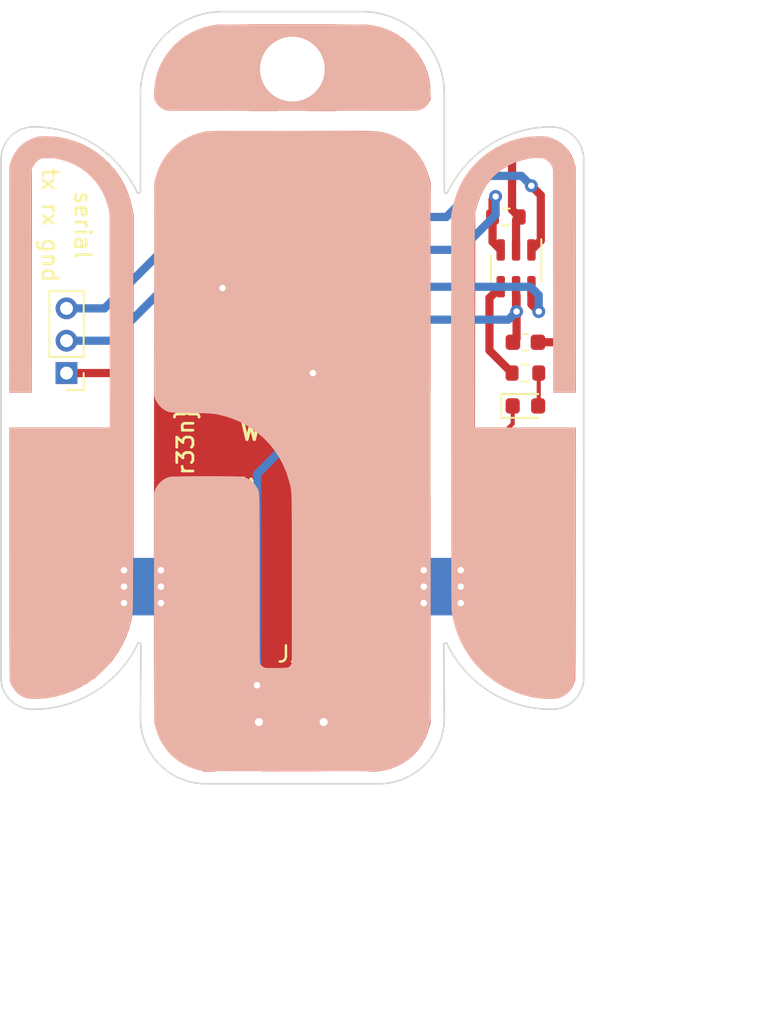
<source format=kicad_pcb>
(kicad_pcb (version 20211014) (generator pcbnew)
  (layers (0 "F.Cu" signal) (31 "B.Cu" signal) (34 "B.Paste" user) (35 "F.Paste" user) (36 "B.SilkS" user "B.Silkscreen") (37 "F.SilkS" user "F.Silkscreen") (38 "B.Mask" user) (39 "F.Mask" user) (44 "Edge.Cuts" user))
  (net 0 "")
  (net 1 "GND")
  (net 2 "Net-(D1-Pad2)")
  (net 3 "/rx")
  (net 4 "/tx")
  (net 5 "VBUS")
  (net 7 "/button_lpout")
  (net 8 "/led")
  (net 9 "/button_lpin")
  (footprint "Logo_Ganesh:35x46_2-furado" (layer "F.Cu") (at 52.324 48.26)
    (fp_text reference "logo_cobre" hide)
    (fp_text value "LOGO" hide)
    (fp_poly (pts (xy 15.37242 -16.164511) (xy 15.49688 -16.161958) (xy 15.59596 -16.156053) (xy 15.680542 -16.145897) (xy 15.761506 -16.130595) (xy 15.833775 -16.113339) (xy 16.142447 -16.011527) (xy 16.427964 -15.869161) (xy 16.688225 -15.687456) (xy 16.887783 -15.503234) (xy 17.074678 -15.286193) (xy 17.224508 -15.061073) (xy 17.343752 -14.816345) (xy 17.438887 -14.540482) (xy 17.449071 -14.504449) (xy 17.511142 -14.28013) (xy 17.517532 -7.293362) (xy 17.523923 -0.306593) (xy 16.15506 -0.306593) (xy 16.15506 -7.129838) (xy 16.154995 -7.876888) (xy 16.154798 -8.577503) (xy 16.154466 -9.232419) (xy 16.153998 -9.842368) (xy 16.153389 -10.408086) (xy 16.152637 -10.930304) (xy 16.15174 -11.409759) (xy 16.150695 -11.847183) (xy 16.149499 -12.24331) (xy 16.14815 -12.598874) (xy 16.146644 -12.91461) (xy 16.14498 -13.191251) (xy 16.143153 -13.429531) (xy 16.141163 -13.630183) (xy 16.139005 -13.793943) (xy 16.136678 -13.921543) (xy 16.134178 -14.013718) (xy 16.131504 -14.071201) (xy 16.129428 -14.091741) (xy 16.070041 -14.292681) (xy 15.972078 -14.468262) (xy 15.837971 -14.615225) (xy 15.67015 -14.730314) (xy 15.64243 -14.744522) (xy 15.561304 -14.781791) (xy 15.490486 -14.805655) (xy 15.413422 -14.819781) (xy 15.313557 -14.827833) (xy 15.253813 -14.830571) (xy 14.903239 -14.822766) (xy 14.541407 -14.773138) (xy 14.174509 -14.683684) (xy 13.808739 -14.556404) (xy 13.450292 -14.393293) (xy 13.10536 -14.19635) (xy 12.93584 -14.082958) (xy 12.810163 -13.985478) (xy 12.666225 -13.859267) (xy 12.513412 -13.713809) (xy 12.361109 -13.558589) (xy 12.218704 -13.40309) (xy 12.095583 -13.256797) (xy 12.022298 -13.159889) (xy 11.828321 -12.852857) (xy 11.655717 -12.511833) (xy 11.508858 -12.146823) (xy 11.392113 -11.767832) (xy 11.363055 -11.650511) (xy 11.310773 -11.426463) (xy 11.303437 -4.793454) (xy 11.296101 1.839554) (xy 17.523624 1.839554) (xy 17.517334 9.62818) (xy 17.516742 10.349203) (xy 17.516162 11.024576) (xy 17.515584 11.655814) (xy 17.515 12.244434) (xy 17.514401 12.791954) (xy 17.513778 13.29989) (xy 17.513122 13.769758) (xy 17.512423 14.203076) (xy 17.511673 14.601361) (xy 17.510862 14.966129) (xy 17.509982 15.298897) (xy 17.509023 15.601182) (xy 17.507977 15.874501) (xy 17.506834 16.12037) (xy 17.505586 16.340307) (xy 17.504223 16.535828) (xy 17.502737 16.70845) (xy 17.501117 16.85969) (xy 17.499356 16.991064) (xy 17.497444 17.10409) (xy 17.495373 17.200284) (xy 17.493132 17.281163) (xy 17.490714 17.348245) (xy 17.488108 17.403044) (xy 17.485307 17.44708) (xy 17.482301 17.481868) (xy 17.47908 17.508925) (xy 17.475637 17.529768) (xy 17.471961 17.545914) (xy 17.470124 17.5524) (xy 17.370149 17.806558) (xy 17.233053 18.033083) (xy 17.06126 18.229367) (xy 16.857196 18.392801) (xy 16.623282 18.520776) (xy 16.538101 18.555478) (xy 16.472247 18.578536) (xy 16.41052 18.595057) (xy 16.342628 18.606291) (xy 16.258278 18.613494) (xy 16.147179 18.617917) (xy 16.001764 18.620772) (xy 15.866247 18.622145) (xy 15.741266 18.62218) (xy 15.637184 18.620964) (xy 15.564364 18.618585) (xy 15.541875 18.61687) (xy 15.359223 18.59519) (xy 15.212316 18.576551) (xy 15.089965 18.559321) (xy 14.980979 18.541867) (xy 14.874169 18.522558) (xy 14.81077 18.510254) (xy 14.30632 18.386738) (xy 13.811401 18.218514) (xy 13.330009 18.007718) (xy 12.866139 17.756483) (xy 12.423785 17.466946) (xy 12.006943 17.141241) (xy 11.670059 16.832005) (xy 11.300099 16.433591) (xy 10.9698 16.009774) (xy 10.679462 15.561141) (xy 10.429383 15.088282) (xy 10.219864 14.591781) (xy 10.051202 14.072228) (xy 9.923698 13.530209) (xy 9.889092 13.336768) (xy 9.885913 13.31616) (xy 9.882896 13.293088) (xy 9.880036 13.266331) (xy 9.877328 13.234669) (xy 9.874769 13.196881) (xy 9.872355 13.151747) (xy 9.870081 13.098048) (xy 9.867943 13.034562) (xy 9.865937 12.960068) (xy 9.864058 12.873348) (xy 9.862304 12.77318) (xy 9.860668 12.658343) (xy 9.859148 12.527618) (xy 9.857739 12.379785) (xy 9.856437 12.213622) (xy 9.855237 12.02791) (xy 9.854135 11.821428) (xy 9.853128 11.592955) (xy 9.852211 11.341272) (xy 9.85138 11.065158) (xy 9.850631 10.763392) (xy 9.849959 10.434755) (xy 9.84936 10.078025) (xy 9.848831 9.691983) (xy 9.848366 9.275408) (xy 9.847963 8.82708) (xy 9.847615 8.345778) (xy 9.847321 7.830282) (xy 9.847074 7.279371) (xy 9.846871 6.691826) (xy 9.846709 6.066426) (xy 9.846581 5.40195) (xy 9.846486 4.697178) (xy 9.846417 3.950891) (xy 9.846372 3.161866) (xy 9.846345 2.328884) (xy 9.846334 1.450726) (xy 9.846332 0.872609) (xy 9.846332 -11.332127) (xy 9.8998 -11.626927) (xy 10.013879 -12.129006) (xy 10.169723 -12.611848) (xy 10.365796 -13.0734) (xy 10.600559 -13.511614) (xy 10.872475 -13.924437) (xy 11.180008 -14.30982) (xy 11.521618 -14.665711) (xy 11.89577 -14.99006) (xy 12.300926 -15.280816) (xy 12.735547 -15.535928) (xy 12.888672 -15.613652) (xy 13.344281 -15.813477) (xy 13.800359 -15.9674) (xy 14.261491 -16.076508) (xy 14.732258 -16.14189) (xy 15.211699 -16.164608)) (layer "F.Cu") (width 0) (fill solid))
    (fp_poly (pts (xy 3.082888 -16.505868) (xy 3.399231 -16.505304) (xy 3.684139 -16.504401) (xy 3.939579 -16.503128) (xy 4.167518 -16.501456) (xy 4.369922 -16.499354) (xy 4.548758 -16.496794) (xy 4.705993 -16.493746) (xy 4.843593 -16.490179) (xy 4.963525 -16.486063) (xy 5.067755 -16.48137) (xy 5.158251 -16.476069) (xy 5.236979 -16.47013) (xy 5.305906 -16.463524) (xy 5.366997 -16.45622) (xy 5.422221 -16.44819) (xy 5.473544 -16.439402) (xy 5.522931 -16.429828) (xy 5.572351 -16.419437) (xy 5.590925 -16.415405) (xy 5.973663 -16.308824) (xy 6.347884 -16.159613) (xy 6.707122 -15.971585) (xy 7.044908 -15.748556) (xy 7.354778 -15.49434) (xy 7.630265 -15.212754) (xy 7.631183 -15.2117) (xy 7.887355 -14.88271) (xy 8.105415 -14.527721) (xy 8.286041 -14.145378) (xy 8.429913 -13.734323) (xy 8.496211 -13.484651) (xy 8.548042 -13.266017) (xy 8.554911 -6.745033) (xy 8.555607 -6.023168) (xy 8.556126 -5.347596) (xy 8.556463 -4.717439) (xy 8.556618 -4.131822) (xy 8.556586 -3.589869) (xy 8.556366 -3.090704) (xy 8.555955 -2.633451) (xy 8.555351 -2.217234) (xy 8.554552 -1.841177) (xy 8.553553 -1.504405) (xy 8.552354 -1.206041) (xy 8.550952 -0.94521) (xy 8.549344 -0.721035) (xy 8.547527 -0.53264) (xy 8.5455 -0.379151) (xy 8.543259 -0.259689) (xy 8.540803 -0.173381) (xy 8.538128 -0.119349) (xy 8.535918 -0.099191) (xy 8.476308 0.089684) (xy 8.379623 0.278325) (xy 8.253877 0.45599) (xy 8.107084 0.61194) (xy 7.947257 0.735433) (xy 7.887192 0.770342) (xy 7.822539 0.804587) (xy 7.765844 0.833525) (xy 7.712602 0.857656) (xy 7.658312 0.877479) (xy 7.59847 0.893493) (xy 7.528573 0.906198) (xy 7.444119 0.916092) (xy 7.340604 0.923675) (xy 7.213526 0.929446) (xy 7.058381 0.933904) (xy 6.870668 0.937548) (xy 6.645882 0.940878) (xy 6.379522 0.944392) (xy 6.308727 0.945321) (xy 6.013854 0.949439) (xy 5.760876 0.953699) (xy 5.544519 0.958513) (xy 5.359512 0.964297) (xy 5.200582 0.971464) (xy 5.062456 0.980426) (xy 4.939861 0.991598) (xy 4.827526 1.005394) (xy 4.720177 1.022227) (xy 4.612541 1.04251) (xy 4.499347 1.066658) (xy 4.375321 1.095084) (xy 4.363045 1.097961) (xy 4.000441 1.198612) (xy 3.627189 1.331073) (xy 3.257197 1.489333) (xy 2.904373 1.667384) (xy 2.582623 1.859215) (xy 2.547075 1.882667) (xy 2.130215 2.188443) (xy 1.745924 2.52691) (xy 1.395846 2.89576) (xy 1.081624 3.292688) (xy 0.804903 3.715387) (xy 0.567326 4.161552) (xy 0.370538 4.628876) (xy 0.216183 5.115054) (xy 0.200691 5.174155) (xy 0.182517 5.243852) (xy 0.16572 5.306927) (xy 0.150245 5.365357) (xy 0.136039 5.421118) (xy 0.123048 5.476187) (xy 0.111218 5.532542) (xy 0.100494 5.592159) (xy 0.090824 5.657015) (xy 0.082152 5.729086) (xy 0.074425 5.810349) (xy 0.067589 5.902781) (xy 0.06159 6.00836) (xy 0.056374 6.129061) (xy 0.051887 6.266861) (xy 0.048075 6.423737) (xy 0.044883 6.601667) (xy 0.042259 6.802626) (xy 0.040148 7.028592) (xy 0.038495 7.281541) (xy 0.037248 7.56345) (xy 0.036352 7.876296) (xy 0.035753 8.222056) (xy 0.035397 8.602706) (xy 0.03523 9.020223) (xy 0.035198 9.476585) (xy 0.035247 9.973767) (xy 0.035324 10.513746) (xy 0.035374 11.0985) (xy 0.035376 11.227718) (xy 0.035376 16.429716) (xy 0.098127 16.524543) (xy 0.133982 16.575537) (xy 0.170439 16.616197) (xy 0.213149 16.647767) (xy 0.267766 16.67149) (xy 0.339944 16.68861) (xy 0.435336 16.700371) (xy 0.559595 16.708015) (xy 0.718374 16.712788) (xy 0.917327 16.715932) (xy 0.971039 16.716575) (xy 1.197942 16.718055) (xy 1.386178 16.716843) (xy 1.533624 16.712993) (xy 1.638153 16.706559) (xy 1.696558 16.697894) (xy 1.799075 16.652432) (xy 1.896154 16.57899) (xy 1.971409 16.491383) (xy 1.996363 16.44509) (xy 2.000035 16.429894) (xy 2.003426 16.401428) (xy 2.006548 16.357977) (xy 2.00941 16.297829) (xy 2.012024 16.219268) (xy 2.014399 16.120582) (xy 2.016546 16.000057) (xy 2.018476 15.85598) (xy 2.0202 15.686635) (xy 2.021727 15.49031) (xy 2.023068 15.265292) (xy 2.024234 15.009865) (xy 2.025236 14.722317) (xy 2.026083 14.400934) (xy 2.026787 14.044002) (xy 2.027358 13.649808) (xy 2.027806 13.216637) (xy 2.028142 12.742776) (xy 2.028376 12.226511) (xy 2.028519 11.666128) (xy 2.028575 11.197275) (xy 2.028578 10.605645) (xy 2.028539 10.059294) (xy 2.028513 9.556331) (xy 2.028552 9.094868) (xy 2.02871 8.673014) (xy 2.02904 8.28888) (xy 2.029596 7.940576) (xy 2.03043 7.626213) (xy 2.031597 7.343901) (xy 2.033149 7.09175) (xy 2.03514 6.867871) (xy 2.037623 6.670375) (xy 2.040652 6.497371) (xy 2.04428 6.34697) (xy 2.048561 6.217282) (xy 2.053547 6.106419) (xy 2.059292 6.012489) (xy 2.065849 5.933604) (xy 2.073273 5.867874) (xy 2.081615 5.81341) (xy 2.09093 5.768321) (xy 2.101271 5.730718) (xy 2.112691 5.698712) (xy 2.125243 5.670413) (xy 2.138982 5.643931) (xy 2.15396 5.617376) (xy 2.17023 5.58886) (xy 2.187847 5.556492) (xy 2.187858 5.55647) (xy 2.313181 5.365903) (xy 2.475067 5.19639) (xy 2.665209 5.054449) (xy 2.875298 4.946599) (xy 3.031781 4.894355) (xy 3.082375 4.887461) (xy 3.17592 4.881217) (xy 3.308204 4.875621) (xy 3.475013 4.870674) (xy 3.672136 4.866375) (xy 3.89536 4.862725) (xy 4.140472 4.859723) (xy 4.40326 4.857368) (xy 4.679512 4.855661) (xy 4.965014 4.854601) (xy 5.255554 4.854188) (xy 5.54692 4.854422) (xy 5.834899 4.855302) (xy 6.115279 4.856829) (xy 6.383846 4.859002) (xy 6.636389 4.86182) (xy 6.868695 4.865284) (xy 7.076552 4.869393) (xy 7.255746 4.874147) (xy 7.402066 4.879546) (xy 7.511298 4.885589) (xy 7.579231 4.892277) (xy 7.591862 4.894624) (xy 7.799871 4.96651) (xy 7.995046 5.077747) (xy 8.170985 5.221828) (xy 8.321287 5.392246) (xy 8.43955 5.582494) (xy 8.519373 5.786064) (xy 8.536061 5.854438) (xy 8.53879 5.884068) (xy 8.541317 5.946136) (xy 8.543644 6.041442) (xy 8.545773 6.17079) (xy 8.547706 6.334979) (xy 8.549444 6.534813) (xy 8.550991 6.771092) (xy 8.552348 7.044619) (xy 8.553518 7.356194) (xy 8.554502 7.706619) (xy 8.555302 8.096696) (xy 8.555922 8.527226) (xy 8.556362 8.999011) (xy 8.556626 9.512853) (xy 8.556714 10.069553) (xy 8.55663 10.669913) (xy 8.556376 11.314734) (xy 8.555952 12.004818) (xy 8.555363 12.740967) (xy 8.555099 13.030176) (xy 8.548443 20.081801) (xy 8.486081 20.329433) (xy 8.362673 20.737153) (xy 8.205098 21.113831) (xy 8.01181 21.462492) (xy 7.781266 21.786161) (xy 7.680684 21.906543) (xy 7.413218 22.179553) (xy 7.114837 22.423101) (xy 6.791189 22.634369) (xy 6.447919 22.810539) (xy 6.090675 22.948793) (xy 5.725104 23.046315) (xy 5.356851 23.100286) (xy 5.276926 23.105984) (xy 5.046982 23.119208) (xy 5.046982 11.320334) (xy 2.311234 11.320334) (xy 2.311234 17.027669) (xy -1.698051 17.027669) (xy -1.698051 11.556174) (xy -5.046983 11.556174) (xy -5.046983 23.112349) (xy -5.206175 23.110419) (xy -5.301811 23.105152) (xy -5.423413 23.092684) (xy -5.550737 23.075258) (xy -5.605716 23.066183) (xy -5.99675 22.973878) (xy -6.372449 22.838613) (xy -6.729366 22.662931) (xy -7.06405 22.449377) (xy -7.373053 22.200495) (xy -7.652927 21.918828) (xy -7.900223 21.60692) (xy -8.111492 21.267315) (xy -8.154214 21.186361) (xy -8.316368 20.823445) (xy -8.434835 20.452714) (xy -8.511851 20.066306) (xy -8.538055 19.836073) (xy -8.539856 19.797223) (xy -8.541567 19.723751) (xy -8.543188 19.615205) (xy -8.544719 19.471135) (xy -8.546161 19.29109) (xy -8.547515 19.07462) (xy -8.54878 18.821274) (xy -8.549957 18.530602) (xy -8.551047 18.202153) (xy -8.55205 17.835477) (xy -8.552967 17.430122) (xy -8.553798 16.985638) (xy -8.554543 16.501576) (xy -8.555203 15.977483) (xy -8.555779 15.41291) (xy -8.556271 14.807405) (xy -8.556679 14.16052) (xy -8.557004 13.471802) (xy -8.557247 12.740801) (xy -8.557407 11.967066) (xy -8.557486 11.150148) (xy -8.557483 10.289595) (xy -8.5574 9.384957) (xy -8.557236 8.435783) (xy -8.556993 7.441623) (xy -8.55667 6.402026) (xy -8.556268 5.316542) (xy -8.555788 4.184719) (xy -8.555323 3.195636) (xy -8.554802 2.141232) (xy -8.554294 1.132955) (xy -8.553795 0.169763) (xy -8.553351 -0.660353) (xy -6.108264 -0.660353) (xy 6.603528 -0.660353) (xy 6.603528 -13.678738) (xy -6.108264 -13.678738) (xy -6.108264 -0.660353) (xy -8.553351 -0.660353) (xy -8.553303 -0.749388) (xy -8.552813 -1.625539) (xy -8.552323 -2.459731) (xy -8.55183 -3.253006) (xy -8.551331 -4.006407) (xy -8.550823 -4.720976) (xy -8.550302 -5.397754) (xy -8.549766 -6.037784) (xy -8.549212 -6.642107) (xy -8.548635 -7.211765) (xy -8.548034 -7.7478) (xy -8.547406 -8.251255) (xy -8.546746 -8.72317) (xy -8.546053 -9.164589) (xy -8.545323 -9.576553) (xy -8.544552 -9.960104) (xy -8.543739 -10.316283) (xy -8.542879 -10.646133) (xy -8.54197 -10.950697) (xy -8.541008 -11.231015) (xy -8.539991 -11.488129) (xy -8.538916 -11.723082) (xy -8.537779 -11.936916) (xy -8.536577 -12.130672) (xy -8.535308 -12.305393) (xy -8.533967 -12.46212) (xy -8.532553 -12.601895) (xy -8.531062 -12.725761) (xy -8.52949 -12.834759) (xy -8.527836 -12.929931) (xy -8.526095 -13.012319) (xy -8.524264 -13.082965) (xy -8.522342 -13.142912) (xy -8.520324 -13.1932) (xy -8.518207 -13.234872) (xy -8.515989 -13.26897) (xy -8.513666 -13.296536) (xy -8.511235 -13.318611) (xy -8.508693 -13.336238) (xy -8.506431 -13.348561) (xy -8.400179 -13.774934) (xy -8.261306 -14.168912) (xy -8.088152 -14.533685) (xy -7.879056 -14.872442) (xy -7.632356 -15.188375) (xy -7.443128 -15.390946) (xy -7.137854 -15.666534) (xy -6.811659 -15.902754) (xy -6.461673 -16.101099) (xy -6.085024 -16.263065) (xy -5.67884 -16.390146) (xy -5.400743 -16.454124) (xy -5.375174 -16.458743) (xy -5.345038 -16.463009) (xy -5.308408 -16.466939) (xy -5.263358 -16.470551) (xy -5.207963 -16.473864) (xy -5.140295 -16.476895) (xy -5.058428 -16.479662) (xy -4.960436 -16.482182) (xy -4.844393 -16.484475) (xy -4.708372 -16.486558) (xy -4.550447 -16.488449) (xy -4.368692 -16.490166) (xy -4.161181 -16.491727) (xy -3.925986 -16.493149) (xy -3.661182 -16.494451) (xy -3.364843 -16.495651) (xy -3.035041 -16.496767) (xy -2.669852 -16.497816) (xy -2.267348 -16.498817) (xy -1.825603 -16.499787) (xy -1.342691 -16.500744) (xy -0.816686 -16.501708) (xy -0.245661 -16.502694) (xy -0.176881 -16.50281) (xy 0.414571 -16.503789) (xy 0.960822 -16.504637) (xy 1.463838 -16.505324) (xy 1.925586 -16.50582) (xy 2.348032 -16.506096) (xy 2.733144 -16.506122)) (layer "F.Cu") (width 0) (fill solid))
    (fp_poly (pts (xy 0.278582 -23.089651) (xy 0.690757 -23.089438) (xy 1.098137 -23.089032) (xy 1.497835 -23.088433) (xy 1.886965 -23.087638) (xy 2.26264 -23.08665) (xy 2.621973 -23.085467) (xy 2.962077 -23.08409) (xy 3.280066 -23.082518) (xy 3.573052 -23.080751) (xy 3.838149 -23.07879) (xy 4.07247 -23.076634) (xy 4.273129 -23.074283) (xy 4.437237 -23.071737) (xy 4.56191 -23.068995) (xy 4.644259 -23.066058) (xy 4.673035 -23.064115) (xy 5.105456 -22.997421) (xy 5.532984 -22.886312) (xy 5.948131 -22.733337) (xy 6.34341 -22.541044) (xy 6.528353 -22.432757) (xy 6.879458 -22.187719) (xy 7.208255 -21.904302) (xy 7.510101 -21.58786) (xy 7.780354 -21.24375) (xy 8.014371 -20.877327) (xy 8.205901 -20.497606) (xy 8.355042 -20.111963) (xy 8.460551 -19.728892) (xy 8.52442 -19.338992) (xy 8.548642 -18.932867) (xy 8.548982 -18.879016) (xy 8.54921 -18.478088) (xy 8.473083 -18.317361) (xy 8.362727 -18.137937) (xy 8.217248 -17.985569) (xy 8.043356 -17.865515) (xy 7.847757 -17.78303) (xy 7.76388 -17.761509) (xy 7.730273 -17.759371) (xy 7.651653 -17.75733) (xy 7.530175 -17.755385) (xy 7.367994 -17.753538) (xy 7.167265 -17.751788) (xy 6.930144 -17.750135) (xy 6.658784 -17.74858) (xy 6.355341 -17.747122) (xy 6.02197 -17.745762) (xy 5.660826 -17.744501) (xy 5.274064 -17.743337) (xy 4.86384 -17.742271) (xy 4.432307 -17.741304) (xy 3.981621 -17.740436) (xy 3.513938 -17.739666) (xy 3.031411 -17.738995) (xy 2.536196 -17.738423) (xy 2.030449 -17.73795) (xy 1.516323 -17.737576) (xy 0.995974 -17.737302) (xy 0.471558 -17.737128) (xy -0.054772 -17.737053) (xy -0.580859 -17.737078) (xy -1.10455 -17.737204) (xy -1.623688 -17.737429) (xy -2.13612 -17.737755) (xy -2.639689 -17.738181) (xy -3.132242 -17.738708) (xy -3.611622 -17.739336) (xy -4.075676 -17.740065) (xy -4.522247 -17.740895) (xy -4.949182 -17.741826) (xy -5.354324 -17.742858) (xy -5.73552 -17.743993) (xy -6.090613 -17.745228) (xy -6.41745 -17.746566) (xy -6.713875 -17.748006) (xy -6.977732 -17.749548) (xy -7.206868 -17.751192) (xy -7.399126 -17.752938) (xy -7.552353 -17.754788) (xy -7.664392 -17.75674) (xy -7.73309 -17.758795) (xy -7.754989 -17.760426) (xy -7.949471 -17.821919) (xy -8.125751 -17.92332) (xy -8.27843 -18.059141) (xy -8.402115 -18.223893) (xy -8.491407 -18.412089) (xy -8.493365 -18.419128) (xy -2.59 -17.74) (xy 2.761005 -17.733328) (xy 2.761005 -23.065229) (xy -2.590464 -23.065101) (xy -2.590794 -17.740008) (xy -8.493365 -18.419128) (xy -8.529152 -18.547804) (xy -8.544196 -18.630827) (xy -8.552758 -18.70809) (xy -8.555083 -18.792083) (xy -8.551415 -18.895297) (xy -8.542001 -19.030222) (xy -8.539286 -19.064135) (xy -8.494311 -19.450976) (xy -8.422916 -19.809354) (xy -8.321639 -20.152007) (xy -8.18702 -20.491673) (xy -8.102666 -20.671402) (xy -7.883105 -21.065046) (xy -7.627982 -21.429052) (xy -7.339737 -21.761722) (xy -7.020809 -22.061358) (xy -6.67364 -22.326263) (xy -6.30067 -22.554737) (xy -5.904338 -22.745084) (xy -5.487084 -22.895605) (xy -5.05135 -23.004602) (xy -4.664672 -23.063728) (xy -4.612667 -23.066792) (xy -4.516382 -23.069664) (xy -4.378702 -23.072344) (xy -4.202515 -23.074832) (xy -3.990708 -23.077129) (xy -3.746166 -23.079232) (xy -3.471779 -23.081144) (xy -3.170431 -23.082863) (xy -2.845009 -23.084389) (xy -2.498402 -23.085723) (xy -2.133494 -23.086864) (xy -1.753174 -23.087812) (xy -1.360328 -23.088566) (xy -0.957842 -23.089127) (xy -0.548604 -23.089495) (xy -0.1355 -23.08967)) (layer "F.Cu") (width 0) (fill solid))
    (fp_poly (pts (xy -14.917265 -16.156932) (xy -14.637726 -16.135925) (xy -14.366027 -16.097954) (xy -14.083322 -16.040693) (xy -13.929846 -16.003569) (xy -13.445168 -15.857) (xy -12.980174 -15.667996) (xy -12.536678 -15.437773) (xy -12.116496 -15.167549) (xy -11.721444 -14.858539) (xy -11.353339 -14.511962) (xy -11.013994 -14.129035) (xy -10.883294 -13.961405) (xy -10.607683 -13.555705) (xy -10.371135 -13.124559) (xy -10.173399 -12.667371) (xy -10.014222 -12.183546) (xy -9.89335 -11.672488) (xy -9.877452 -11.587615) (xy -9.822749 -11.284959) (xy -9.822749 0.849025) (xy -9.822768 1.781649) (xy -9.822826 2.668188) (xy -9.822927 3.509725) (xy -9.823073 4.307342) (xy -9.823266 5.062123) (xy -9.82351 5.77515) (xy -9.823806 6.447506) (xy -9.824159 7.080274) (xy -9.824569 7.674537) (xy -9.825041 8.231377) (xy -9.825577 8.751878) (xy -9.826179 9.237122) (xy -9.82685 9.688192) (xy -9.827592 10.106172) (xy -9.82841 10.492143) (xy -9.829304 10.847189) (xy -9.830278 11.172392) (xy -9.831335 11.468836) (xy -9.832477 11.737604) (xy -9.833707 11.979777) (xy -9.835028 12.196439) (xy -9.836441 12.388673) (xy -9.837951 12.557562) (xy -9.839559 12.704189) (xy -9.841269 12.829636) (xy -9.843083 12.934986) (xy -9.845003 13.021322) (xy -9.847032 13.089727) (xy -9.849174 13.141284) (xy -9.851431 13.177076) (xy -9.853346 13.195264) (xy -9.952046 13.738654) (xy -10.088264 14.255195) (xy -10.263489 14.748479) (xy -10.479212 15.222101) (xy -10.736923 15.679655) (xy -11.03811 16.124734) (xy -11.104796 16.21402) (xy -11.211869 16.345985) (xy -11.347169 16.498699) (xy -11.502039 16.663509) (xy -11.667826 16.831759) (xy -11.835875 16.994794) (xy -11.997531 17.143961) (xy -12.14414 17.270604) (xy -12.22832 17.337543) (xy -12.679229 17.652766) (xy -13.142668 17.923012) (xy -13.621393 18.14945) (xy -14.118159 18.333248) (xy -14.63572 18.475574) (xy -15.140948 18.572174) (xy -15.281809 18.58988) (xy -15.444865 18.603971) (xy -15.620789 18.614266) (xy -15.800252 18.620586) (xy -15.973927 18.622749) (xy -16.132486 18.620575) (xy -16.266602 18.613884) (xy -16.366946 18.602495) (xy -16.396051 18.596454) (xy -16.639749 18.510681) (xy -16.861184 18.384826) (xy -17.057158 18.22195) (xy -17.224473 18.025112) (xy -17.359932 17.797373) (xy -17.443656 17.593686) (xy -17.447708 17.580611) (xy -17.451505 17.565084) (xy -17.455057 17.545587) (xy -17.458375 17.520598) (xy -17.461466 17.4886) (xy -17.464342 17.448071) (xy -17.467011 17.397493) (xy -17.469484 17.335347) (xy -17.471769 17.260112) (xy -17.473876 17.170268) (xy -17.475816 17.064298) (xy -17.477596 16.94068) (xy -17.479228 16.797896) (xy -17.48072 16.634425) (xy -17.482083 16.448749) (xy -17.483325 16.239348) (xy -17.484457 16.004702) (xy -17.485487 15.743291) (xy -17.486426 15.453597) (xy -17.487283 15.134099) (xy -17.488067 14.783279) (xy -17.488789 14.399616) (xy -17.489457 13.981591) (xy -17.490082 13.527684) (xy -17.490673 13.036376) (xy -17.491239 12.506148) (xy -17.49179 11.935479) (xy -17.492336 11.322851) (xy -17.492886 10.666743) (xy -17.49345 9.965637) (xy -17.493697 9.651764) (xy -17.499835 1.839554) (xy -11.273167 1.839554) (xy -11.273627 -4.640158) (xy -11.273666 -5.305887) (xy -11.273705 -5.926163) (xy -11.273771 -6.502698) (xy -11.273891 -7.037208) (xy -11.274094 -7.531406) (xy -11.274407 -7.987007) (xy -11.274857 -8.405724) (xy -11.275473 -8.789273) (xy -11.276282 -9.139366) (xy -11.277311 -9.457718) (xy -11.278588 -9.746043) (xy -11.280142 -10.006056) (xy -11.281999 -10.23947) (xy -11.284187 -10.448) (xy -11.286734 -10.633359) (xy -11.289668 -10.797262) (xy -11.293016 -10.941423) (xy -11.296806 -11.067556) (xy -11.301065 -11.177375) (xy -11.305822 -11.272594) (xy -11.311103 -11.354928) (xy -11.316937 -11.42609) (xy -11.323351 -11.487795) (xy -11.330373 -11.541757) (xy -11.33803 -11.589689) (xy -11.346351 -11.633307) (xy -11.355362 -11.674323) (xy -11.365092 -11.714453) (xy -11.375568 -11.75541) (xy -11.386818 -11.798909) (xy -11.389293 -11.808573) (xy -11.519748 -12.227423) (xy -11.690229 -12.623101) (xy -11.89858 -12.993545) (xy -12.142647 -13.336693) (xy -12.420274 -13.650485) (xy -12.729308 -13.932859) (xy -13.067593 -14.181754) (xy -13.432974 -14.395108) (xy -13.823298 -14.57086) (xy -14.236408 -14.706949) (xy -14.480595 -14.765844) (xy -14.606442 -14.789282) (xy -14.73098 -14.805212) (xy -14.868531 -14.814881) (xy -15.033417 -14.819534) (xy -15.105571 -14.820243) (xy -15.247421 -14.820836) (xy -15.351416 -14.819803) (xy -15.426869 -14.815944) (xy -15.483093 -14.808063) (xy -15.529398 -14.79496) (xy -15.575098 -14.775437) (xy -15.61751 -14.754377) (xy -15.784245 -14.644547) (xy -15.927814 -14.498744) (xy -16.03953 -14.325884) (xy -16.044338 -14.316255) (xy -16.119685 -14.163207) (xy -16.125777 -7.2349) (xy -16.131868 -0.306593) (xy -17.499964 -0.306593) (xy -17.493762 -7.316946) (xy -17.487558 -14.327298) (xy -17.434255 -14.515971) (xy -17.322668 -14.828375) (xy -17.172827 -15.115537) (xy -16.987378 -15.374814) (xy -16.768968 -15.603561) (xy -16.520246 -15.799134) (xy -16.243858 -15.958888) (xy -15.942452 -16.08018) (xy -15.836676 -16.111662) (xy -15.759115 -16.131019) (xy -15.683775 -16.144942) (xy -15.600557 -16.154282) (xy -15.499363 -16.159889) (xy -15.370093 -16.162613) (xy -15.223492 -16.163303)) (layer "F.Cu") (width 0) (fill solid))
  )
  (footprint "MountingHole:MountingHole_4mm" (layer "F.Cu") (at 52.324 27.94)
    (fp_text reference "Hole" hide)
    (fp_text value "MountingHole_4mm")
    (pad "" np_thru_hole circle (at 0 0) (size 4 4) (drill 4) (layers F&B.Cu *.Mask))
  )
  (footprint "LED_SMD:LED_0603_1608Metric" (layer "F.Cu") (at 66.739 48.768)
    (fp_text reference "D1" hide)
    (fp_text value "LED")
    (pad "1" smd roundrect (at -0.7875 0) (size 0.875 0.95) (layers "F.Cu" "F.Paste" "F.Mask") (net 1 "GND"))
    (pad "2" smd roundrect (at 0.7875 0) (size 0.875 0.95) (layers "F.Cu" "F.Paste" "F.Mask") (net 2 "Net-(D1-Pad2)"))
  )
  (footprint "Resistor_SMD:R_0603_1608Metric" (layer "F.Cu") (at 65.532 37.084)
    (fp_text reference "R1" hide)
    (fp_text value "10 k")
    (pad "1" smd roundrect (at -0.825 0) (size 0.8 0.95) (layers "F.Cu" "F.Paste" "F.Mask") (net 3 "/rx"))
    (pad "2" smd roundrect (at 0.825 0) (size 0.8 0.95) (layers "F.Cu" "F.Paste" "F.Mask") (net 1 "GND"))
  )
  (footprint "Resistor_SMD:R_0603_1608Metric" (layer "F.Cu") (at 48.006 39.445 -90)
    (fp_text reference "R4" hide)
    (fp_text value "10 k")
    (pad "1" smd roundrect (at -0.825 0 270) (size 0.8 0.95) (layers "F.Cu" "F.Paste" "F.Mask") (net 9 "/button_lpin"))
    (pad "2" smd roundrect (at 0.825 0 270) (size 0.8 0.95) (layers "F.Cu" "F.Paste" "F.Mask") (net 7 "/button_lpout"))
  )
  (footprint "Custom_Footprints:MicroQTJ_2pads" (layer "F.Cu") (at 52.259 71.12)
    (fp_text reference "J2" (at 0 -7 unlocked) (layer "F.SilkS"))
    (fp_text value "USB_B_Micro")
    (pad "" np_thru_hole circle (at 2 -2.8) (size 0.5 0.5) (drill 0.5) (layers F&B.Cu *.Mask))
    (pad "" np_thru_hole circle (at -2 -2.8) (size 0.5 0.5) (drill 0.5) (layers F&B.Cu *.Mask))
    (pad "1" smd rect (at -1.3 -3.475) (size 0.4 1.85) (layers "F.Cu" "F.Paste" "F.Mask") (net 5 "VBUS"))
    (pad "5" smd rect (at 1.3 -3.475) (size 0.4 1.85) (layers "F.Cu" "F.Paste" "F.Mask") (net 1 "GND"))
    (pad "6" smd rect (at 3.2125 -3.01) (size 1.625 0.9) (layers "F.Cu" "F.Paste" "F.Mask"))
    (pad "6" smd rect (at -3.2125 -3.01) (size 1.625 0.9) (layers "F.Cu" "F.Paste" "F.Mask"))
    (pad "6" smd rect (at -3.27 -0.65) (size 1.69 1.3) (layers "F.Cu" "F.Paste" "F.Mask"))
    (pad "6" smd rect (at 3.27 -0.65) (size 1.69 1.3) (layers "F.Cu" "F.Paste" "F.Mask"))
  )
  (footprint "Capacitor_SMD:C_0603_1608Metric" (layer "F.Cu") (at 66.739 44.831)
    (fp_text reference "C1" hide)
    (fp_text value "100 nF")
    (pad "1" smd roundrect (at -0.775 0) (size 0.9 0.95) (layers "F.Cu" "F.Paste" "F.Mask") (net 5 "VBUS"))
    (pad "2" smd roundrect (at 0.775 0) (size 0.9 0.95) (layers "F.Cu" "F.Paste" "F.Mask") (net 1 "GND"))
  )
  (footprint "Custom_Footprints:TS-1187A-B-A-B" (layer "F.Cu") (at 52.324 40.386 90)
    (fp_text reference "SW1" hide)
    (fp_text value "SW_Push")
    (pad "1" smd rect (at -3 -1.875 90) (size 1 0.75) (layers "F.Cu" "F.Paste" "F.Mask") (net 9 "/button_lpin"))
    (pad "1" smd rect (at 3 -1.875 90) (size 1 0.75) (layers "F.Cu" "F.Paste" "F.Mask") (net 9 "/button_lpin"))
    (pad "2" smd rect (at -3 1.875 90) (size 1 0.75) (layers "F.Cu" "F.Paste" "F.Mask") (net 1 "GND"))
    (pad "2" smd rect (at 3 1.875 90) (size 1 0.75) (layers "F.Cu" "F.Paste" "F.Mask") (net 1 "GND"))
  )
  (footprint "Resistor_SMD:R_0603_1608Metric" (layer "F.Cu") (at 66.739 46.736)
    (fp_text reference "R3" hide)
    (fp_text value "300")
    (pad "1" smd roundrect (at -0.825 0) (size 0.8 0.95) (layers "F.Cu" "F.Paste" "F.Mask") (net 8 "/led"))
    (pad "2" smd roundrect (at 0.825 0) (size 0.8 0.95) (layers "F.Cu" "F.Paste" "F.Mask") (net 2 "Net-(D1-Pad2)"))
  )
  (footprint "Resistor_SMD:R_0603_1608Metric" (layer "F.Cu") (at 51.308 46.736 180)
    (fp_text reference "R2" hide)
    (fp_text value "10 k")
    (pad "1" smd roundrect (at -0.825 0 180) (size 0.8 0.95) (layers "F.Cu" "F.Paste" "F.Mask") (net 5 "VBUS"))
    (pad "2" smd roundrect (at 0.825 0 180) (size 0.8 0.95) (layers "F.Cu" "F.Paste" "F.Mask") (net 9 "/button_lpin"))
  )
  (footprint "Custom_Footprints:SOT-23-6_narrow" (layer "F.Cu") (at 66.1615 40.259 -90)
    (fp_text reference "U1" hide)
    (fp_text value "PIC10F202T-I/OT")
    (pad "1" smd roundrect (at -1.1375 -0.95 270) (size 1.325 0.52) (layers "F.Cu" "F.Paste" "F.Mask") (net 4 "/tx"))
    (pad "2" smd roundrect (at -1.1375 0 270) (size 1.325 0.52) (layers "F.Cu" "F.Paste" "F.Mask") (net 1 "GND"))
    (pad "3" smd roundrect (at -1.1375 0.95 270) (size 1.325 0.52) (layers "F.Cu" "F.Paste" "F.Mask") (net 3 "/rx"))
    (pad "4" smd roundrect (at 1.1375 0.95 270) (size 1.325 0.52) (layers "F.Cu" "F.Paste" "F.Mask") (net 8 "/led"))
    (pad "5" smd roundrect (at 1.1375 0 270) (size 1.325 0.52) (layers "F.Cu" "F.Paste" "F.Mask") (net 5 "VBUS"))
    (pad "6" smd roundrect (at 1.1375 -0.95 270) (size 1.325 0.52) (layers "F.Cu" "F.Paste" "F.Mask") (net 7 "/button_lpout"))
  )
  (footprint "Connector_PinHeader_2.00mm:PinHeader_1x03_P2.00mm_Vertical" (layer "F.Cu") (at 38.354 46.736 180)
    (fp_text reference "J1" hide)
    (fp_text value "Conn_01x03_Male")
    (pad "1" thru_hole rect (at 0 0 180) (size 1.35 1.35) (drill 0.8) (layers *.Cu *.Mask) (net 1 "GND"))
    (pad "2" thru_hole oval (at 0 2 180) (size 1.35 1.35) (drill 0.8) (layers *.Cu *.Mask) (net 3 "/rx"))
    (pad "3" thru_hole oval (at 0 4 180) (size 1.35 1.35) (drill 0.8) (layers *.Cu *.Mask) (net 4 "/tx"))
  )
  (footprint "Capacitor_SMD:C_0603_1608Metric" (layer "F.Cu") (at 48.006 43.509 -90)
    (fp_text reference "C2" hide)
    (fp_text value "1.5 n")
    (pad "1" smd roundrect (at -0.775 0 270) (size 0.9 0.95) (layers "F.Cu" "F.Paste" "F.Mask") (net 7 "/button_lpout"))
    (pad "2" smd roundrect (at 0.775 0 270) (size 0.9 0.95) (layers "F.Cu" "F.Paste" "F.Mask") (net 1 "GND"))
  )
  (footprint "Logo_Ganesh:35x46_2" (layer "B.Cu") (at 52.324 48.26 180)
    (fp_text reference "Logo_silk" hide)
    (fp_text value "LOGO" hide)
  )
  (gr_arc (start 42.926 29.464) (mid 44.413898 25.871898) (end 48.006 24.384) (layer "Edge.Cuts") (width 0.1))
  (gr_arc (start 42.781954 63.427848) (mid 42.874242 63.440278) (end 42.959954 63.47668) (layer "Edge.Cuts") (width 0.1))
  (gr_line (start 34.305631 65.547194) (end 34.30534 33.528) (layer "Edge.Cuts") (width 0.1))
  (gr_arc (start 68.359954 31.509059) (mid 69.764107 32.113142) (end 70.34266 33.528) (layer "Edge.Cuts") (width 0.1))
  (gr_arc (start 56.642 24.384) (mid 60.234102 25.871898) (end 61.722 29.464) (layer "Edge.Cuts") (width 0.1))
  (gr_line (start 61.722 35.56) (end 61.722 29.464) (layer "Edge.Cuts") (width 0.1))
  (gr_arc (start 68.326 67.527621) (mid 64.500455 66.416161) (end 61.866046 63.427848) (layer "Edge.Cuts") (width 0.1))
  (gr_arc (start 34.30534 33.528) (mid 34.883902 32.11315) (end 36.288046 31.509059) (layer "Edge.Cuts") (width 0.1))
  (gr_arc (start 36.288046 31.509059) (mid 40.11359 32.620519) (end 42.748 35.608832) (layer "Edge.Cuts") (width 0.1))
  (gr_arc (start 42.926 35.56) (mid 42.840288 35.596403) (end 42.748 35.608832) (layer "Edge.Cuts") (width 0.1))
  (gr_arc (start 61.9 35.608832) (mid 61.807712 35.596402) (end 61.722 35.56) (layer "Edge.Cuts") (width 0.1))
  (gr_arc (start 61.722 68.072) (mid 60.531682 70.945682) (end 57.658 72.136) (layer "Edge.Cuts") (width 0.1))
  (gr_arc (start 36.322 67.527621) (mid 34.888431 66.970522) (end 34.305631 65.547194) (layer "Edge.Cuts") (width 0.1))
  (gr_arc (start 61.9 35.608832) (mid 64.53441 32.620519) (end 68.359954 31.509059) (layer "Edge.Cuts") (width 0.1))
  (gr_line (start 70.34266 33.528) (end 70.342369 65.547194) (layer "Edge.Cuts") (width 0.1))
  (gr_arc (start 42.781954 63.427848) (mid 40.147544 66.416161) (end 36.322 67.527621) (layer "Edge.Cuts") (width 0.1))
  (gr_line (start 46.99 72.136) (end 57.658 72.136) (layer "Edge.Cuts") (width 0.1))
  (gr_line (start 42.959954 63.47668) (end 42.926 68.072) (layer "Edge.Cuts") (width 0.1))
  (gr_arc (start 70.342369 65.547194) (mid 69.759557 66.970478) (end 68.326 67.527621) (layer "Edge.Cuts") (width 0.1))
  (gr_arc (start 61.688046 63.47668) (mid 61.773756 63.440266) (end 61.866046 63.427848) (layer "Edge.Cuts") (width 0.1))
  (gr_line (start 42.926 29.464) (end 42.926 35.56) (layer "Edge.Cuts") (width 0.1))
  (gr_line (start 48.006 24.384) (end 56.642 24.384) (layer "Edge.Cuts") (width 0.1))
  (gr_arc (start 46.99 72.136) (mid 44.116318 70.945682) (end 42.926 68.072) (layer "Edge.Cuts") (width 0.1))
  (gr_line (start 61.722 68.072) (end 61.688046 63.47668) (layer "Edge.Cuts") (width 0.1))
  (gr_text "Web" (at 50.8 50.292) (layer "F.SilkS") (effects (font (size 1.2 1.2) (thickness 0.2))))
  (gr_text "Hardware" (at 49.276 57.15 90) (layer "F.SilkS") (effects (font (size 1.2 1.2) (thickness 0.2))))
  (gr_text "Pwning" (at 65.786 52.324) (layer "F.SilkS") (effects (font (size 1.2 1.2) (thickness 0.2))))
  (gr_text "tx rx gnd" (at 37.338 37.592 270) (layer "F.SilkS") (effects (font (size 1 1) (thickness 0.16))))
  (gr_text "Criptografia" (at 57.912 61.214 270) (layer "F.SilkS") (effects (font (size 1.2 1.2) (thickness 0.2))))
  (gr_text "Ganesh{s3i_LEr_5ilKsCr33n}" (at 45.72 59.436 90) (layer "F.SilkS") (effects (font (size 1 1) (thickness 0.17))))
  (gr_text "Pentest" (at 38.1 60.96 315) (layer "F.SilkS") (effects (font (size 1.2 1.2) (thickness 0.2))))
  (gr_text "Ganesh" (at 51.816 34.036) (layer "F.SilkS") (effects (font (size 2 2) (thickness 0.33))))
  (gr_text "by alexsantee" (at 59.69 46.99 90) (layer "F.SilkS") (effects (font (size 1 1) (thickness 0.16)) (justify left)))
  (gr_text "serial" (at 39.37 37.592 270) (layer "F.SilkS") (effects (font (size 1 1) (thickness 0.16))))
  (gr_text "CTF" (at 66.294 63.5) (layer "F.SilkS") (effects (font (size 1.2 1.2) (thickness 0.2))))
  (gr_text "Reversa" (at 66.04 58.166 315) (layer "F.SilkS") (effects (font (size 1.2 1.2) (thickness 0.2))))
  (gr_text "Redes" (at 38.1 54.102 45) (layer "F.SilkS") (effects (font (size 1.2 1.2) (thickness 0.2))))
  (segment (start 66.357 37.084) (end 65.913 36.64) (width 0.508) (layer "F.Cu") (net 1))
  (segment (start 65.9515 49.8725) (end 65.024 50.8) (width 0.254) (layer "F.Cu") (net 1))
  (segment (start 67.514 44.831) (end 69.088 44.831) (width 0.508) (layer "F.Cu") (net 1))
  (segment (start 66.1615 39.1215) (end 66.1615 37.2795) (width 0.508) (layer "F.Cu") (net 1))
  (segment (start 38.354 46.736) (end 41.656 46.736) (width 0.508) (layer "F.Cu") (net 1))
  (segment (start 66.1615 37.2795) (end 66.357 37.084) (width 0.508) (layer "F.Cu") (net 1))
  (segment (start 53.594 65.913) (end 53.586298 65.920702) (width 0.508) (layer "F.Cu") (net 1))
  (segment (start 65.913 36.64) (end 65.913 33.147) (width 0.508) (layer "F.Cu") (net 1))
  (segment (start 53.586298 65.920702) (end 53.586298 67.637298) (width 0.508) (layer "F.Cu") (net 1))
  (segment (start 65.9515 48.768) (end 65.9515 49.8725) (width 0.254) (layer "F.Cu") (net 1))
  (via (at 62.738 58.928) (size 0.8) (drill 0.4) (layers "F.Cu" "B.Cu") (net 1))
  (via (at 60.452 60.96) (size 0.8) (drill 0.4) (layers "F.Cu" "B.Cu") (net 1))
  (via (at 44.196 58.928) (size 0.8) (drill 0.4) (layers "F.Cu" "B.Cu") (net 1))
  (via (at 60.452 59.944) (size 0.8) (drill 0.4) (layers "F.Cu" "B.Cu") (net 1))
  (via (at 41.91 60.96) (size 0.8) (drill 0.4) (layers "F.Cu" "B.Cu") (net 1))
  (via (at 62.738 60.96) (size 0.8) (drill 0.4) (layers "F.Cu" "B.Cu") (net 1))
  (via (at 44.196 59.944) (size 0.8) (drill 0.4) (layers "F.Cu" "B.Cu") (net 1))
  (via (at 41.91 59.944) (size 0.8) (drill 0.4) (layers "F.Cu" "B.Cu") (net 1))
  (via (at 41.91 58.928) (size 0.8) (drill 0.4) (layers "F.Cu" "B.Cu") (net 1))
  (via (at 62.738 59.944) (size 0.8) (drill 0.4) (layers "F.Cu" "B.Cu") (net 1))
  (via (at 60.452 58.928) (size 0.8) (drill 0.4) (layers "F.Cu" "B.Cu") (net 1))
  (via (at 44.196 60.96) (size 0.8) (drill 0.4) (layers "F.Cu" "B.Cu") (net 1))
  (segment (start 67.564 48.7305) (end 67.5265 48.768) (width 0.254) (layer "F.Cu") (net 2))
  (segment (start 67.564 46.736) (end 67.564 48.7305) (width 0.254) (layer "F.Cu") (net 2))
  (segment (start 64.707 37.084) (end 64.707 36.004) (width 0.508) (layer "F.Cu") (net 3))
  (segment (start 64.707 36.004) (end 64.897 35.814) (width 0.508) (layer "F.Cu") (net 3))
  (segment (start 64.707 38.617) (end 65.2115 39.1215) (width 0.508) (layer "F.Cu") (net 3))
  (segment (start 64.707 37.084) (end 64.707 38.617) (width 0.508) (layer "F.Cu") (net 3))
  (via (at 64.897 35.814) (size 0.8) (drill 0.4) (layers "F.Cu" "B.Cu") (net 3))
  (segment (start 62.738 39.116) (end 46.736 39.116) (width 0.508) (layer "B.Cu") (net 3))
  (segment (start 46.736 39.116) (end 41.116 44.736) (width 0.508) (layer "B.Cu") (net 3))
  (segment (start 64.897 36.957) (end 62.738 39.116) (width 0.508) (layer "B.Cu") (net 3))
  (segment (start 64.897 35.814) (end 64.897 36.957) (width 0.508) (layer "B.Cu") (net 3))
  (segment (start 41.116 44.736) (end 38.354 44.736) (width 0.508) (layer "B.Cu") (net 3))
  (segment (start 67.1115 39.1215) (end 67.691 38.542) (width 0.508) (layer "F.Cu") (net 4))
  (segment (start 67.691 38.542) (end 67.691 35.7378) (width 0.508) (layer "F.Cu") (net 4))
  (segment (start 67.691 35.7378) (end 67.1068 35.1536) (width 0.508) (layer "F.Cu") (net 4))
  (via (at 67.1068 35.1536) (size 0.8) (drill 0.4) (layers "F.Cu" "B.Cu") (net 4))
  (segment (start 66.4972 34.544) (end 67.1068 35.1536) (width 0.508) (layer "B.Cu") (net 4))
  (segment (start 61.849 37.084) (end 64.389 34.544) (width 0.508) (layer "B.Cu") (net 4))
  (segment (start 38.354 42.736) (end 40.703 42.736) (width 0.508) (layer "B.Cu") (net 4))
  (segment (start 64.389 34.544) (end 66.4972 34.544) (width 0.508) (layer "B.Cu") (net 4))
  (segment (start 46.355 37.084) (end 61.849 37.084) (width 0.508) (layer "B.Cu") (net 4))
  (segment (start 40.703 42.736) (end 46.355 37.084) (width 0.508) (layer "B.Cu") (net 4))
  (segment (start 52.133 46.736) (end 53.594 46.736) (width 0.254) (layer "F.Cu") (net 5))
  (segment (start 50.955 66.860502) (end 50.955 67.645) (width 0.508) (layer "F.Cu") (net 5))
  (segment (start 66.1924 42.9315) (end 66.1615 42.9006) (width 0.508) (layer "F.Cu") (net 5))
  (segment (start 50.134498 66.04) (end 50.955 66.860502) (width 0.508) (layer "F.Cu") (net 5))
  (segment (start 66.1924 44.6026) (end 65.964 44.831) (width 0.508) (layer "F.Cu") (net 5))
  (segment (start 66.1615 42.9006) (end 66.1615 41.3965) (width 0.508) (layer "F.Cu") (net 5))
  (segment (start 66.1924 41.91) (end 66.1924 44.6026) (width 0.508) (layer "F.Cu") (net 5))
  (via (at 66.1924 42.9315) (size 0.8) (drill 0.4) (layers "F.Cu" "B.Cu") (net 5))
  (via (at 53.594 46.736) (size 0.8) (drill 0.4) (layers "F.Cu" "B.Cu") (net 5))
  (via (at 50.134498 66.04) (size 0.8) (drill 0.4) (layers "F.Cu" "B.Cu") (net 5))
  (segment (start 59.69 43.434) (end 65.6899 43.434) (width 0.508) (layer "B.Cu") (net 5))
  (segment (start 50.134498 66.04) (end 50.134498 52.989502) (width 0.508) (layer "B.Cu") (net 5))
  (segment (start 53.594 49.53) (end 53.594 46.736) (width 0.508) (layer "B.Cu") (net 5))
  (segment (start 65.6899 43.434) (end 66.1924 42.9315) (width 0.508) (layer "B.Cu") (net 5))
  (segment (start 50.134498 52.989502) (end 59.69 43.434) (width 0.508) (layer "B.Cu") (net 5))
  (segment (start 67.564 42.9315) (end 67.1115 42.479) (width 0.508) (layer "F.Cu") (net 7))
  (segment (start 48.006 40.27) (end 48.006 42.734) (width 0.254) (layer "F.Cu") (net 7))
  (segment (start 67.1115 42.479) (end 67.1115 41.3965) (width 0.508) (layer "F.Cu") (net 7))
  (via (at 48.006 41.477) (size 0.8) (drill 0.4) (layers "F.Cu" "B.Cu") (net 7))
  (via (at 67.564 42.9315) (size 0.8) (drill 0.4) (layers "F.Cu" "B.Cu") (net 7))
  (segment (start 48.081 41.402) (end 48.006 41.477) (width 0.508) (layer "B.Cu") (net 7))
  (segment (start 67.056 41.402) (end 48.081 41.402) (width 0.508) (layer "B.Cu") (net 7))
  (segment (start 67.564 42.9315) (end 67.564 41.91) (width 0.508) (layer "B.Cu") (net 7))
  (segment (start 67.564 41.91) (end 67.056 41.402) (width 0.508) (layer "B.Cu") (net 7))
  (segment (start 65.2115 41.3965) (end 64.516 42.092) (width 0.508) (layer "F.Cu") (net 8))
  (segment (start 64.516 42.092) (end 64.516 45.338) (width 0.508) (layer "F.Cu") (net 8))
  (segment (start 65.723 46.545) (end 65.914 46.736) (width 0.254) (layer "F.Cu") (net 8))
  (segment (start 64.516 45.338) (end 65.914 46.736) (width 0.508) (layer "F.Cu") (net 8))
  (segment (start 48.006 38.62) (end 49.24 37.386) (width 0.254) (layer "F.Cu") (net 9))
  (segment (start 50.449 46.702) (end 50.483 46.736) (width 0.254) (layer "F.Cu") (net 9))
  (segment (start 50.449 43.386) (end 50.449 46.702) (width 0.254) (layer "F.Cu") (net 9))
  (segment (start 50.449 37.386) (end 50.449 43.386) (width 0.254) (layer "F.Cu") (net 9))
  (segment (start 49.24 37.386) (end 50.449 37.386) (width 0.254) (layer "F.Cu") (net 9))
  (zone (net 1) (net_name "GND") (layer "F.Cu") (connect_pads (clearance 0.508)) (min_thickness 0.254) (fill yes (thermal_gap 0.508) (thermal_bridge_width 0.508) (island_removal_mode 1) (island_area_min 0))
    (polygon (pts (xy 59.182 48.006) (xy 45.974 48.006) (xy 45.974 34.29) (xy 59.182 34.29)))
  )
  (zone (net 1) (net_name "GND") (layer "F.Cu") (connect_pads (clearance 0.508)) (min_thickness 0.254) (fill yes (thermal_gap 0.508) (thermal_bridge_width 0.508) (island_removal_mode 1) (island_area_min 0))
    (polygon (pts (xy 51.054 65.278) (xy 54.61 65.278) (xy 54.61 59.436) (xy 57.658 59.436) (xy 57.658 71.374) (xy 46.736 71.374) (xy 46.736 59.436) (xy 51.054 59.436)))
  )
  (zone (net 1) (net_name "GND") (layer "F.Cu") (connect_pads (clearance 0.508)) (min_thickness 0.254) (fill yes (thermal_gap 0.508) (thermal_bridge_width 0.508) (island_removal_mode 1) (island_area_min 0))
    (polygon (pts (xy 55.118 30.5308) (xy 49.53 30.5308) (xy 49.53 25.1714) (xy 55.118 25.1714)))
  )
  (zone (net 1) (net_name "GND") (layer "B.Cu") (connect_pads yes (clearance 0.508)) (min_thickness 0.254) (fill yes (thermal_gap 0.508) (thermal_bridge_width 0.508) (island_removal_mode 1) (island_area_min 0))
    (polygon (pts (xy 44.958 61.722) (xy 41.148 61.722) (xy 41.148 58.166) (xy 44.958 58.166)))
  )
  (zone (net 1) (net_name "GND") (layer "B.Cu") (connect_pads yes (clearance 0.508)) (min_thickness 0.254) (fill yes (thermal_gap 0.508) (thermal_bridge_width 0.508) (island_removal_mode 1) (island_area_min 0))
    (polygon (pts (xy 63.5 61.722) (xy 59.69 61.722) (xy 59.69 58.166) (xy 63.5 58.166)))
  )
)
</source>
